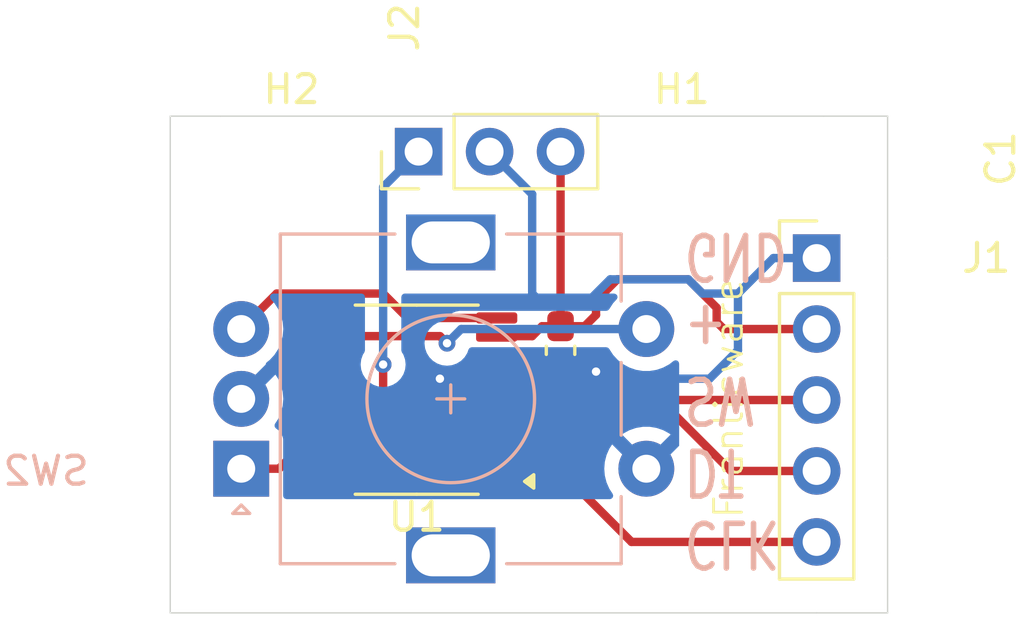
<source format=kicad_pcb>
(kicad_pcb (version 20240108) (generator "pcbnew") (generator_version "8.0")
  (layers (0 "F.Cu" signal) (31 "B.Cu" signal) (34 "B.Paste" user) (35 "F.Paste" user) (36 "B.SilkS" user "B.Silkscreen") (37 "F.SilkS" user "F.Silkscreen") (38 "B.Mask" user) (39 "F.Mask" user) (44 "Edge.Cuts" user))
  (net 0 "")
  (net 1 "VCC")
  (net 2 "GND")
  (net 3 "SW")
  (net 4 "ROTB")
  (net 5 "ROTA")
  (net 7 "Net-(U1-PC0)")
  (net 8 "Net-(U1-PC1)")
  (net 9 "Net-(U1-PC2)")
  (net 10 "Net-(J2-Pin_1)")
  (footprint "Capacitor_SMD:C_0603_1608Metric_Pad1.08x0.95mm_HandSolder" (layer "F.Cu") (at 163.83 89.662 90)
    (property "Reference" "C1" (at 6.858 15.748 90) (layer "F.SilkS"))
    (property "Value" "C")
    (fp_line (start -0.146267 -0.51) (end 0.146267 -0.51) (stroke (width 0.12)) (layer "F.SilkS"))
    (fp_line (start -0.146267 0.51) (end 0.146267 0.51) (stroke (width 0.12)) (layer "F.SilkS"))
    (pad "1" smd roundrect (at -0.8625 0 90) (size 1.075 0.95) (layers "F.Cu" "F.Paste" "F.Mask") (net 2 "GND"))
    (pad "2" smd roundrect (at 0.8625 0 90) (size 1.075 0.95) (layers "F.Cu" "F.Paste" "F.Mask") (net 1 "VCC"))
  )
  (footprint "Package_SO:TSSOP-20_4.4x6.5mm_P0.65mm" (layer "F.Cu") (at 158.6815 91.429 180)
    (property "Reference" "U1" (at 0 -4.2 360) (layer "F.SilkS"))
    (property "Value" "CH32V003FxPx")
    (fp_line (start 0 3.385) (end 2.2 3.385) (stroke (width 0.12)) (layer "F.SilkS"))
    (fp_line (start 0 3.385) (end -2.2 3.385) (stroke (width 0.12)) (layer "F.SilkS"))
    (fp_line (start 0 -3.385) (end 2.2 -3.385) (stroke (width 0.12)) (layer "F.SilkS"))
    (fp_line (start 0 -3.385) (end -2.2 -3.385) (stroke (width 0.12)) (layer "F.SilkS"))
    (fp_poly (pts (xy -3.86 -2.925) (xy -4.19 -3.165) (xy -4.19 -2.685) (xy -3.86 -2.925)) (stroke (width 0.12)) (fill solid) (layer "F.SilkS"))
    (pad "1" smd roundrect (at -2.8625 -2.925 180) (size 1.475 0.4) (layers "F.Cu" "F.Paste" "F.Mask") (net 4 "ROTB"))
    (pad "2" smd roundrect (at -2.8625 -2.275 180) (size 1.475 0.4) (layers "F.Cu" "F.Paste" "F.Mask") (net 5 "ROTA"))
    (pad "3" smd roundrect (at -2.8625 -1.625 180) (size 1.475 0.4) (layers "F.Cu" "F.Paste" "F.Mask") (net 3 "SW"))
    (pad "4" smd roundrect (at -2.8625 -0.975 180) (size 1.475 0.4) (layers "F.Cu" "F.Paste" "F.Mask"))
    (pad "5" smd roundrect (at -2.8625 -0.325 180) (size 1.475 0.4) (layers "F.Cu" "F.Paste" "F.Mask"))
    (pad "6" smd roundrect (at -2.8625 0.325 180) (size 1.475 0.4) (layers "F.Cu" "F.Paste" "F.Mask"))
    (pad "7" smd roundrect (at -2.8625 0.975 180) (size 1.475 0.4) (layers "F.Cu" "F.Paste" "F.Mask") (net 2 "GND"))
    (pad "8" smd roundrect (at -2.8625 1.625 180) (size 1.475 0.4) (layers "F.Cu" "F.Paste" "F.Mask"))
    (pad "9" smd roundrect (at -2.8625 2.275 180) (size 1.475 0.4) (layers "F.Cu" "F.Paste" "F.Mask") (net 1 "VCC"))
    (pad "10" smd roundrect (at -2.8625 2.925 180) (size 1.475 0.4) (layers "F.Cu" "F.Paste" "F.Mask") (net 7 "Net-(U1-PC0)"))
    (pad "11" smd roundrect (at 2.8625 2.925 180) (size 1.475 0.4) (layers "F.Cu" "F.Paste" "F.Mask") (net 8 "Net-(U1-PC1)"))
    (pad "12" smd roundrect (at 2.8625 2.275 180) (size 1.475 0.4) (layers "F.Cu" "F.Paste" "F.Mask") (net 9 "Net-(U1-PC2)"))
    (pad "13" smd roundrect (at 2.8625 1.625 180) (size 1.475 0.4) (layers "F.Cu" "F.Paste" "F.Mask"))
    (pad "14" smd roundrect (at 2.8625 0.975 180) (size 1.475 0.4) (layers "F.Cu" "F.Paste" "F.Mask"))
    (pad "15" smd roundrect (at 2.8625 0.325 180) (size 1.475 0.4) (layers "F.Cu" "F.Paste" "F.Mask"))
    (pad "16" smd roundrect (at 2.8625 -0.325 180) (size 1.475 0.4) (layers "F.Cu" "F.Paste" "F.Mask"))
    (pad "17" smd roundrect (at 2.8625 -0.975 180) (size 1.475 0.4) (layers "F.Cu" "F.Paste" "F.Mask"))
    (pad "18" smd roundrect (at 2.8625 -1.625 180) (size 1.475 0.4) (layers "F.Cu" "F.Paste" "F.Mask") (net 10 "Net-(J2-Pin_1)"))
    (pad "19" smd roundrect (at 2.8625 -2.275 180) (size 1.475 0.4) (layers "F.Cu" "F.Paste" "F.Mask"))
    (pad "20" smd roundrect (at 2.8625 -2.925 180) (size 1.475 0.4) (layers "F.Cu" "F.Paste" "F.Mask"))
  )
  (footprint "Connector_PinHeader_2.54mm:PinHeader_1x03_P2.54mm_Vertical" (layer "F.Cu") (at 158.75 82.55 90)
    (property "Reference" "J2" (at 4.445 -0.508 90) (layer "F.SilkS"))
    (property "Value" "Conn_01x03")
    (fp_line (start -1.33 -1.33) (end 0 -1.33) (stroke (width 0.12)) (layer "F.SilkS"))
    (fp_line (start -1.33 0) (end -1.33 -1.33) (stroke (width 0.12)) (layer "F.SilkS"))
    (fp_line (start 1.33 1.27) (end 1.33 6.41) (stroke (width 0.12)) (layer "F.SilkS"))
    (fp_line (start -1.33 1.27) (end 1.33 1.27) (stroke (width 0.12)) (layer "F.SilkS"))
    (fp_line (start -1.33 1.27) (end -1.33 6.41) (stroke (width 0.12)) (layer "F.SilkS"))
    (fp_line (start -1.33 6.41) (end 1.33 6.41) (stroke (width 0.12)) (layer "F.SilkS"))
    (pad "1" thru_hole rect (at 0 0 90) (size 1.7 1.7) (drill 1) (layers "*.Cu" "*.Mask") (net 10 "Net-(J2-Pin_1)"))
    (pad "2" thru_hole oval (at 0 2.54 90) (size 1.7 1.7) (drill 1) (layers "*.Cu" "*.Mask") (net 2 "GND"))
    (pad "3" thru_hole oval (at 0 5.08 90) (size 1.7 1.7) (drill 1) (layers "*.Cu" "*.Mask") (net 1 "VCC"))
  )
  (footprint "MountingHole:MountingHole_2.5mm" (layer "F.Cu") (at 154.2 83.82)
    (property "Reference" "H2" (at 0 -3.5 0) (layer "F.SilkS"))
    (property "Value" "MountingHole")
    (pad "" np_thru_hole circle (at 0 0) (size 2.5 2.5) (drill 2.5) (layers "*.Cu" "*.Mask"))
  )
  (footprint "MountingHole:MountingHole_2.5mm" (layer "F.Cu") (at 168.17 83.82)
    (property "Reference" "H1" (at 0 -3.5 0) (layer "F.SilkS"))
    (property "Value" "MountingHole")
    (pad "" np_thru_hole circle (at 0 0) (size 2.5 2.5) (drill 2.5) (layers "*.Cu" "*.Mask"))
  )
  (footprint "Connector_PinHeader_2.54mm:PinHeader_1x05_P2.54mm_Vertical" (layer "F.Cu") (at 172.996 86.36)
    (property "Reference" "J1" (at 6.074 0 0) (layer "F.SilkS"))
    (property "Value" "Conn_01x05")
    (fp_line (start -1.33 -1.33) (end 0 -1.33) (stroke (width 0.12)) (layer "F.SilkS"))
    (fp_line (start -1.33 0) (end -1.33 -1.33) (stroke (width 0.12)) (layer "F.SilkS"))
    (fp_line (start -1.33 1.27) (end -1.33 11.49) (stroke (width 0.12)) (layer "F.SilkS"))
    (fp_line (start -1.33 1.27) (end 1.33 1.27) (stroke (width 0.12)) (layer "F.SilkS"))
    (fp_line (start -1.33 11.49) (end 1.33 11.49) (stroke (width 0.12)) (layer "F.SilkS"))
    (fp_line (start 1.33 1.27) (end 1.33 11.49) (stroke (width 0.12)) (layer "F.SilkS"))
    (pad "1" thru_hole rect (at 0 0) (size 1.7 1.7) (drill 1) (layers "*.Cu" "*.Mask") (net 2 "GND"))
    (pad "2" thru_hole oval (at 0 2.54) (size 1.7 1.7) (drill 1) (layers "*.Cu" "*.Mask") (net 1 "VCC"))
    (pad "3" thru_hole oval (at 0 5.08) (size 1.7 1.7) (drill 1) (layers "*.Cu" "*.Mask") (net 3 "SW"))
    (pad "4" thru_hole oval (at 0 7.62) (size 1.7 1.7) (drill 1) (layers "*.Cu" "*.Mask") (net 5 "ROTA"))
    (pad "5" thru_hole oval (at 0 10.16) (size 1.7 1.7) (drill 1) (layers "*.Cu" "*.Mask") (net 4 "ROTB"))
  )
  (footprint "Rotary_Encoder:RotaryEncoder_Alps_EC11E-Switch_Vertical_H20mm" (layer "B.Cu") (at 152.4 93.9)
    (property "Reference" "SW2" (at -6.985 0.08 0) (layer "B.SilkS") (effects (justify mirror)))
    (property "Value" "RotaryEncoder_Switch_MP")
    (fp_line (start -0.3 1.6) (end 0 1.3) (stroke (width 0.12)) (layer "B.SilkS"))
    (fp_line (start 0 1.3) (end 0.3 1.6) (stroke (width 0.12)) (layer "B.SilkS"))
    (fp_line (start 0.3 1.6) (end -0.3 1.6) (stroke (width 0.12)) (layer "B.SilkS"))
    (fp_line (start 1.4 -8.4) (end 1.4 3.4) (stroke (width 0.12)) (layer "B.SilkS"))
    (fp_line (start 1.4 -8.4) (end 5.5 -8.4) (stroke (width 0.12)) (layer "B.SilkS"))
    (fp_line (start 1.4 3.4) (end 5.5 3.4) (stroke (width 0.12)) (layer "B.SilkS"))
    (fp_line (start 7.5 -3) (end 7.5 -2) (stroke (width 0.12)) (layer "B.SilkS"))
    (fp_line (start 8 -2.5) (end 7 -2.5) (stroke (width 0.12)) (layer "B.SilkS"))
    (fp_line (start 9.5 -8.4) (end 13.6 -8.4) (stroke (width 0.12)) (layer "B.SilkS"))
    (fp_line (start 13.6 -8.4) (end 13.6 -6) (stroke (width 0.12)) (layer "B.SilkS"))
    (fp_line (start 13.6 -3.8) (end 13.6 -1.2) (stroke (width 0.12)) (layer "B.SilkS"))
    (fp_line (start 13.6 1) (end 13.6 3.4) (stroke (width 0.12)) (layer "B.SilkS"))
    (fp_line (start 13.6 3.4) (end 9.5 3.4) (stroke (width 0.12)) (layer "B.SilkS"))
    (fp_circle (center 7.5 -2.5) (end 10.5 -2.5) (stroke (width 0.12)) (fill none) (layer "B.SilkS"))
    (pad "A" thru_hole rect (at 0 0) (size 2 2) (drill 1) (layers "*.Cu" "*.Mask") (net 8 "Net-(U1-PC1)"))
    (pad "B" thru_hole circle (at 0 -5) (size 2 2) (drill 1) (layers "*.Cu" "*.Mask") (net 7 "Net-(U1-PC0)"))
    (pad "C" thru_hole circle (at 0 -2.5) (size 2 2) (drill 1) (layers "*.Cu" "*.Mask") (net 2 "GND"))
    (pad "MP" thru_hole rect (at 7.5 -8.1) (size 3.2 2) (drill oval 2.8 1.5) (layers "*.Cu" "*.Mask"))
    (pad "MP" thru_hole rect (at 7.5 3.1) (size 3.2 2) (drill oval 2.8 1.5) (layers "*.Cu" "*.Mask"))
    (pad "S1" thru_hole circle (at 14.5 -5) (size 2 2) (drill 1) (layers "*.Cu" "*.Mask") (net 9 "Net-(U1-PC2)"))
    (pad "S2" thru_hole circle (at 14.5 0) (size 2 2) (drill 1) (layers "*.Cu" "*.Mask") (net 2 "GND"))
  )
  (gr_line (start 175.536 81.28) (end 173.25 81.28) (stroke (width 0.05)) (layer "Edge.Cuts"))
  (gr_line (start 149.86 99.06) (end 149.86 88.9) (stroke (width 0.05)) (layer "Edge.Cuts"))
  (gr_line (start 172.996 99.06) (end 149.86 99.06) (stroke (width 0.05)) (layer "Edge.Cuts"))
  (gr_line (start 173.25 81.28) (end 151.66 81.28) (stroke (width 0.05)) (layer "Edge.Cuts"))
  (gr_line (start 175.536 99.06) (end 175.536 86.36) (stroke (width 0.05)) (layer "Edge.Cuts"))
  (gr_line (start 175.536 86.36) (end 175.536 81.28) (stroke (width 0.05)) (layer "Edge.Cuts"))
  (gr_line (start 172.996 99.06) (end 175.536 99.06) (stroke (width 0.05)) (layer "Edge.Cuts"))
  (gr_line (start 149.86 81.28) (end 151.66 81.28) (stroke (width 0.05)) (layer "Edge.Cuts"))
  (gr_line (start 149.86 88.9) (end 149.86 81.28) (stroke (width 0.05)) (layer "Edge.Cuts"))
  (gr_text "CLK\nDT\nSW\n+\nGND" (at 168.148 85.344 180) (layer "B.SilkS") (effects (font (size 1.6 1.2) (thickness 0.2) (bold yes)) (justify left bottom mirror)))
  (gr_text "Franticware" (at 170.434 95.758 90) (layer "F.SilkS") (effects (font (size 1 1) (thickness 0.1)) (justify left bottom)))
  (segment (start 169.672 88.9) (end 172.996 88.9) (width 0.3) (layer "F.Cu") (net 1))
  (segment (start 163.1685 88.7995) (end 163.83 88.7995) (width 0.3) (layer "F.Cu") (net 1))
  (segment (start 162.814 89.154) (end 163.1685 88.7995) (width 0.3) (layer "F.Cu") (net 1))
  (segment (start 163.83 88.7995) (end 163.83 82.55) (width 0.3) (layer "F.Cu") (net 1))
  (segment (start 169.418 88.646) (end 169.672 88.9) (width 0.3) (layer "F.Cu") (net 1))
  (segment (start 165.1 87.884) (end 165.862 87.122) (width 0.3) (layer "F.Cu") (net 1))
  (segment (start 165.1 88.392) (end 165.1 87.884) (width 0.3) (layer "F.Cu") (net 1))
  (segment (start 163.83 88.7995) (end 164.6925 88.7995) (width 0.3) (layer "F.Cu") (net 1))
  (segment (start 169.418 88.138) (end 169.418 88.646) (width 0.3) (layer "F.Cu") (net 1))
  (segment (start 161.544 89.154) (end 162.814 89.154) (width 0.3) (layer "F.Cu") (net 1))
  (segment (start 164.6925 88.7995) (end 165.1 88.392) (width 0.3) (layer "F.Cu") (net 1))
  (segment (start 165.862 87.122) (end 168.402 87.122) (width 0.3) (layer "F.Cu") (net 1))
  (segment (start 168.402 87.122) (end 169.418 88.138) (width 0.3) (layer "F.Cu") (net 1))
  (segment (start 161.544 90.454) (end 159.736 90.454) (width 0.3) (layer "F.Cu") (net 2))
  (segment (start 164.9995 90.5245) (end 165.1 90.424) (width 0.3) (layer "F.Cu") (net 2))
  (segment (start 159.736 90.454) (end 159.512 90.678) (width 0.3) (layer "F.Cu") (net 2))
  (segment (start 163.83 90.5245) (end 164.9995 90.5245) (width 0.3) (layer "F.Cu") (net 2))
  (segment (start 161.544 90.454) (end 163.7595 90.454) (width 0.3) (layer "F.Cu") (net 2))
  (segment (start 163.7595 90.454) (end 163.83 90.5245) (width 0.3) (layer "F.Cu") (net 2))
  (via (at 165.1 90.424) (size 0.6) (drill 0.3) (layers "F.Cu" "B.Cu") (net 2))
  (via (at 159.512 90.678) (size 0.6) (drill 0.3) (layers "F.Cu" "B.Cu") (net 2))
  (segment (start 165.1 90.424) (end 165.354 90.678) (width 0.3) (layer "B.Cu") (net 2))
  (segment (start 163.068 87.884) (end 162.814 87.63) (width 0.3) (layer "B.Cu") (net 2))
  (segment (start 165.608 87.122) (end 164.846 87.884) (width 0.3) (layer "B.Cu") (net 2))
  (segment (start 165.354 90.678) (end 169.164 90.678) (width 0.3) (layer "B.Cu") (net 2))
  (segment (start 170.18 89.662) (end 170.18 87.63) (width 0.3) (layer "B.Cu") (net 2))
  (segment (start 170.18 87.63) (end 168.91 87.63) (width 0.3) (layer "B.Cu") (net 2))
  (segment (start 162.814 87.63) (end 162.814 84.074) (width 0.3) (layer "B.Cu") (net 2))
  (segment (start 170.18 87.63) (end 171.45 86.36) (width 0.3) (layer "B.Cu") (net 2))
  (segment (start 162.814 84.074) (end 161.29 82.55) (width 0.3) (layer "B.Cu") (net 2))
  (segment (start 168.402 87.122) (end 165.608 87.122) (width 0.3) (layer "B.Cu") (net 2))
  (segment (start 164.846 87.884) (end 163.068 87.884) (width 0.3) (layer "B.Cu") (net 2))
  (segment (start 168.91 87.63) (end 168.402 87.122) (width 0.3) (layer "B.Cu") (net 2))
  (segment (start 169.164 90.678) (end 170.18 89.662) (width 0.3) (layer "B.Cu") (net 2))
  (segment (start 171.45 86.36) (end 172.996 86.36) (width 0.3) (layer "B.Cu") (net 2))
  (segment (start 165.662894 91.44) (end 172.996 91.44) (width 0.3) (layer "F.Cu") (net 3))
  (segment (start 161.544 93.054) (end 164.048894 93.054) (width 0.3) (layer "F.Cu") (net 3))
  (segment (start 164.048894 93.054) (end 165.662894 91.44) (width 0.3) (layer "F.Cu") (net 3))
  (segment (start 166.37 96.52) (end 172.996 96.52) (width 0.3) (layer "F.Cu") (net 4))
  (segment (start 164.204 94.354) (end 166.37 96.52) (width 0.3) (layer "F.Cu") (net 4))
  (segment (start 161.544 94.354) (end 164.204 94.354) (width 0.3) (layer "F.Cu") (net 4))
  (segment (start 164.106 93.704) (end 165.862 91.948) (width 0.3) (layer "F.Cu") (net 5))
  (segment (start 167.894 91.948) (end 169.926 93.98) (width 0.3) (layer "F.Cu") (net 5))
  (segment (start 161.544 93.704) (end 164.106 93.704) (width 0.3) (layer "F.Cu") (net 5))
  (segment (start 169.926 93.98) (end 172.996 93.98) (width 0.3) (layer "F.Cu") (net 5))
  (segment (start 165.862 91.948) (end 167.894 91.948) (width 0.3) (layer "F.Cu") (net 5))
  (segment (start 161.544 88.504) (end 158.354 88.504) (width 0.3) (layer "F.Cu") (net 7))
  (segment (start 153.67 87.63) (end 152.4 88.9) (width 0.3) (layer "F.Cu") (net 7))
  (segment (start 157.48 87.63) (end 153.67 87.63) (width 0.3) (layer "F.Cu") (net 7))
  (segment (start 158.354 88.504) (end 157.48 87.63) (width 0.3) (layer "F.Cu") (net 7))
  (segment (start 154.432 93.218) (end 154.432 88.9) (width 0.3) (layer "F.Cu") (net 8))
  (segment (start 152.4 93.9) (end 153.75 93.9) (width 0.3) (layer "F.Cu") (net 8))
  (segment (start 154.828 88.504) (end 155.819 88.504) (width 0.3) (layer "F.Cu") (net 8))
  (segment (start 154.432 88.9) (end 154.828 88.504) (width 0.3) (layer "F.Cu") (net 8))
  (segment (start 153.75 93.9) (end 154.432 93.218) (width 0.3) (layer "F.Cu") (net 8))
  (segment (start 155.819 89.154) (end 159.512 89.154) (width 0.3) (layer "F.Cu") (net 9))
  (segment (start 159.512 89.154) (end 159.766 89.408) (width 0.3) (layer "F.Cu") (net 9))
  (via (at 159.766 89.408) (size 0.6) (drill 0.3) (layers "F.Cu" "B.Cu") (net 9))
  (segment (start 166.9 88.9) (end 160.274 88.9) (width 0.3) (layer "B.Cu") (net 9))
  (segment (start 160.274 88.9) (end 159.766 89.408) (width 0.3) (layer "B.Cu") (net 9))
  (segment (start 157.136 93.054) (end 157.48 92.71) (width 0.3) (layer "F.Cu") (net 10))
  (segment (start 155.819 93.054) (end 157.136 93.054) (width 0.3) (layer "F.Cu") (net 10))
  (segment (start 157.48 92.71) (end 157.48 90.17) (width 0.3) (layer "F.Cu") (net 10))
  (via (at 157.48 90.17) (size 0.6) (drill 0.3) (layers "F.Cu" "B.Cu") (net 10))
  (segment (start 157.48 83.82) (end 157.48 90.17) (width 0.3) (layer "B.Cu") (net 10))
  (segment (start 158.75 82.55) (end 157.48 83.82) (width 0.3) (layer "B.Cu") (net 10))
  (zone (net 2) (net_name "GND") (layer "B.Cu") (connect_pads (clearance 0.5)) (min_thickness 0.25) (fill yes (thermal_gap 0.5) (thermal_bridge_width 0.5))
    (polygon (pts (xy 151.565 87.63) (xy 151.565 94.99) (xy 168.075 94.99) (xy 168.075 87.63) (xy 154.105 87.63) (xy 152.4 87.63)))
  )
)
</source>
